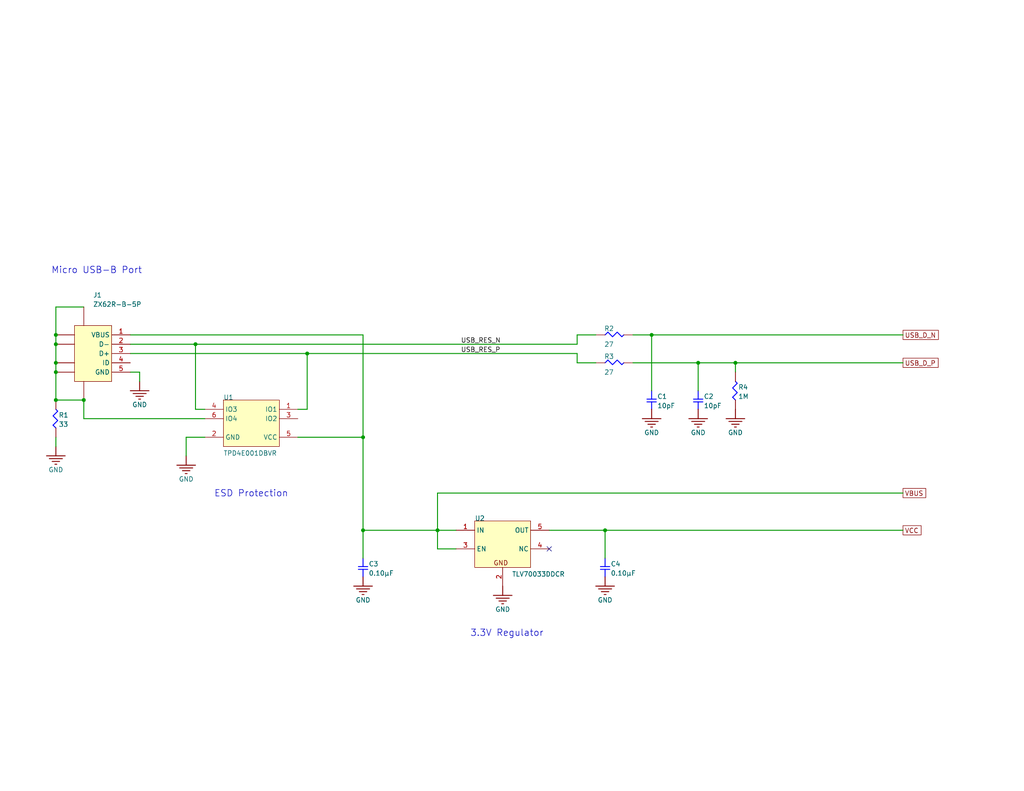
<source format=kicad_sch>
(kicad_sch (version 20230121) (generator eeschema)
  (paper "USLetter")
  (title_block (title "URC Custom ez-FET Lite USB and Power") (rev "A"))
  (lib_symbols
    (symbol "URC_ezFET_Lite-altium-import:GND" (power)
      (property "Reference" "#PWR" (at 0 0 0))
      (property "Value" "GND" (at 0 6.35 0))
      (symbol "GND_0_0"
        (polyline (pts (xy -2.54 -2.54) (xy 2.54 -2.54)) (stroke (width 0.254)))
        (polyline (pts (xy -1.778 -3.302) (xy 1.778 -3.302)) (stroke (width 0.254)))
        (polyline (pts (xy -1.016 -4.064) (xy 1.016 -4.064)) (stroke (width 0.254)))
        (polyline (pts (xy -0.254 -4.826) (xy 0.254 -4.826)) (stroke (width 0.254)))
        (polyline (pts (xy 0 0) (xy 0 -2.54)) (stroke (width 0.254)))
        (pin power_in line (at 0 0 0) (length 0) hide (name "GND") (number ""))
      )
    )
    (symbol "URC_ezFET_Lite-altium-import:root_0_ERJ-P06J270V"
      (symbol "root_0_ERJ-P06J270V_1_0"
        (polyline (pts (xy -1.778 0.762) (xy -2.54 0)) (stroke (width 0.254) (color 0 0 255 1)))
        (polyline (pts (xy -1.778 0.762) (xy -0.508 -0.508) (xy 0.762 0.762) (xy 2.032 -0.508) (xy 2.54 0)) (stroke (width 0.254) (color 0 0 255 1)))
        (pin passive line (at -5.08 0 0) (length 2.54) (name "1") (number "1"))
        (pin passive line (at 5.08 0 180) (length 2.54) (name "2") (number "2"))
      )
    )
    (symbol "URC_ezFET_Lite-altium-import:root_0_GCM319R71H104KA37D"
      (symbol "root_0_GCM319R71H104KA37D_1_0"
        (polyline (pts (xy -1.27 -0.508) (xy 1.27 -0.508)) (stroke (width 0.254) (color 0 0 255 1)))
        (polyline (pts (xy -1.27 0.254) (xy 1.27 0.254)) (stroke (width 0.254) (color 0 0 255 1)))
        (polyline (pts (xy 0 -2.54) (xy 0 -0.508)) (stroke (width 0.254) (color 0 0 255 1)))
        (polyline (pts (xy 0 0.254) (xy 0 2.54)) (stroke (width 0.254) (color 0 0 255 1)))
        (pin passive line (at 0 2.54 270) (length 0) (name "1") (number "1"))
        (pin passive line (at 0 -2.54 90) (length 0) (name "2") (number "2"))
      )
    )
    (symbol "URC_ezFET_Lite-altium-import:root_0_GCM31A7U2J100JX01D"
      (symbol "root_0_GCM31A7U2J100JX01D_1_0"
        (polyline (pts (xy -1.27 -0.508) (xy 1.27 -0.508)) (stroke (width 0.254) (color 0 0 255 1)))
        (polyline (pts (xy -1.27 0.254) (xy 1.27 0.254)) (stroke (width 0.254) (color 0 0 255 1)))
        (polyline (pts (xy 0 -2.54) (xy 0 -0.508)) (stroke (width 0.254) (color 0 0 255 1)))
        (polyline (pts (xy 0 0.254) (xy 0 2.54)) (stroke (width 0.254) (color 0 0 255 1)))
        (pin passive line (at 0 2.54 270) (length 0) (name "1") (number "1"))
        (pin passive line (at 0 -2.54 90) (length 0) (name "2") (number "2"))
      )
    )
    (symbol "URC_ezFET_Lite-altium-import:root_0_TI-TXX7XXXX-5"
      (symbol "root_0_TI-TXX7XXXX-5_1_0"
        (rectangle (start 15.24 0) (end 0 -12.7) (fill (type background)))
        (text "GND" (at 5.08 -12.192 0) (effects (font (size 1.27 1.27)) (justify left bottom)))
        (pin power_in line (at -5.08 -2.54 0) (length 5.08) (name "IN") (number "1"))
        (pin power_in line (at 7.62 -17.78 90) (length 5.08) (name "GND") (number "2"))
        (pin input line (at -5.08 -7.62 0) (length 5.08) (name "EN") (number "3"))
        (pin passive line (at 20.32 -7.62 180) (length 5.08) (name "NC") (number "4"))
        (pin power_in line (at 20.32 -2.54 180) (length 5.08) (name "OUT") (number "5"))
      )
    )
    (symbol "URC_ezFET_Lite-altium-import:root_0_mirrored_HIRO-ZX62R-B-5P-5"
      (symbol "root_0_mirrored_HIRO-ZX62R-B-5P-5_1_0"
        (rectangle (start 0 0) (end -10.16 -15.24) (fill (type background)))
        (pin power_in line (at 5.08 -2.54 180) (length 5.08) (name "VBUS") (number "1"))
        (pin passive line (at -15.24 -2.54 0) (length 5.08) (name "SHLD") (number "10"))
        (pin passive line (at -7.62 5.08 270) (length 5.08) (name "SHLD") (number "11"))
        (pin bidirectional line (at 5.08 -5.08 180) (length 5.08) (name "D-") (number "2"))
        (pin bidirectional line (at 5.08 -7.62 180) (length 5.08) (name "D+") (number "3"))
        (pin passive line (at 5.08 -10.16 180) (length 5.08) (name "ID") (number "4"))
        (pin power_in line (at 5.08 -12.7 180) (length 5.08) (name "GND") (number "5"))
        (pin passive line (at -7.62 -20.32 90) (length 5.08) (name "SHLD") (number "6"))
        (pin passive line (at -15.24 -12.7 0) (length 5.08) (name "SHLD") (number "7"))
        (pin passive line (at -15.24 -10.16 0) (length 5.08) (name "SHLD") (number "8"))
        (pin passive line (at -15.24 -5.08 0) (length 5.08) (name "SHLD") (number "9"))
      )
    )
    (symbol "URC_ezFET_Lite-altium-import:root_0_mirrored_TI-TPD4E001-SOT-23_DBV-6"
      (symbol "root_0_mirrored_TI-TPD4E001-SOT-23_DBV-6_1_0"
        (rectangle (start 0 0) (end -15.24 -12.7) (fill (type background)))
        (pin passive line (at 5.08 -2.54 180) (length 5.08) (name "IO1") (number "1"))
        (pin power_in line (at -20.32 -10.16 0) (length 5.08) (name "GND") (number "2"))
        (pin passive line (at 5.08 -5.08 180) (length 5.08) (name "IO2") (number "3"))
        (pin passive line (at -20.32 -2.54 0) (length 5.08) (name "IO3") (number "4"))
        (pin power_in line (at 5.08 -10.16 180) (length 5.08) (name "VCC") (number "5"))
        (pin passive line (at -20.32 -5.08 0) (length 5.08) (name "IO4") (number "6"))
      )
    )
    (symbol "URC_ezFET_Lite-altium-import:root_1_ERJ-6ENF33R0V"
      (symbol "root_1_ERJ-6ENF33R0V_1_0"
        (polyline (pts (xy -0.762 -1.778) (xy 0 -2.54)) (stroke (width 0.254) (color 0 0 255 1)))
        (polyline (pts (xy -0.762 -1.778) (xy 0.508 -0.508) (xy -0.762 0.762) (xy 0.508 2.032) (xy 0 2.54)) (stroke (width 0.254) (color 0 0 255 1)))
        (pin passive line (at 0 -5.08 90) (length 2.54) (name "1") (number "1"))
        (pin passive line (at 0 5.08 270) (length 2.54) (name "2") (number "2"))
      )
    )
    (symbol "URC_ezFET_Lite-altium-import:root_1_ERJ-P06J105V"
      (symbol "root_1_ERJ-P06J105V_1_0"
        (polyline (pts (xy -0.762 -1.778) (xy 0 -2.54)) (stroke (width 0.254) (color 0 0 255 1)))
        (polyline (pts (xy -0.762 -1.778) (xy 0.508 -0.508) (xy -0.762 0.762) (xy 0.508 2.032) (xy 0 2.54)) (stroke (width 0.254) (color 0 0 255 1)))
        (pin passive line (at 0 -5.08 90) (length 2.54) (name "1") (number "1"))
        (pin passive line (at 0 5.08 270) (length 2.54) (name "2") (number "2"))
      )
    )
  )
  (junction (at 15.24 91.44))
  (junction (at 15.24 99.06))
  (junction (at 200.66 99.06))
  (junction (at 190.5 99.06))
  (junction (at 99.06 144.78))
  (junction (at 15.24 101.6))
  (junction (at 83.82 96.52))
  (junction (at 53.34 93.98))
  (junction (at 177.8 91.44))
  (junction (at 119.38 144.78))
  (junction (at 15.24 109.22))
  (junction (at 22.86 109.22))
  (junction (at 15.24 93.98))
  (junction (at 99.06 119.38))
  (junction (at 165.1 144.78))
  (no_connect (at 149.86 149.86))
  (wire (pts (xy 177.8 91.44) (xy 177.8 106.68)) (stroke (width 0.254)))
  (wire (pts (xy 177.8 91.44) (xy 246.38 91.44)) (stroke (width 0.254)))
  (wire (pts (xy 35.56 101.6) (xy 38.1 101.6)) (stroke (width 0.254)))
  (wire (pts (xy 83.82 111.76) (xy 83.82 96.52)) (stroke (width 0.254)))
  (wire (pts (xy 99.06 144.78) (xy 119.38 144.78)) (stroke (width 0.254)))
  (wire (pts (xy 15.24 83.82) (xy 22.86 83.82)) (stroke (width 0.254)))
  (wire (pts (xy 99.06 119.38) (xy 81.28 119.38)) (stroke (width 0.254)))
  (wire (pts (xy 157.48 96.52) (xy 157.48 99.06)) (stroke (width 0.254)))
  (wire (pts (xy 55.88 114.3) (xy 22.86 114.3)) (stroke (width 0.254)))
  (wire (pts (xy 119.38 134.62) (xy 246.38 134.62)) (stroke (width 0.254)))
  (wire (pts (xy 38.1 101.6) (xy 38.1 104.14)) (stroke (width 0.254)))
  (wire (pts (xy 15.24 109.22) (xy 15.24 101.6)) (stroke (width 0.254)))
  (wire (pts (xy 35.56 96.52) (xy 83.82 96.52)) (stroke (width 0.254)))
  (wire (pts (xy 165.1 144.78) (xy 246.38 144.78)) (stroke (width 0.254)))
  (wire (pts (xy 15.24 93.98) (xy 15.24 91.44)) (stroke (width 0.254)))
  (wire (pts (xy 35.56 93.98) (xy 53.34 93.98)) (stroke (width 0.254)))
  (wire (pts (xy 200.66 99.06) (xy 200.66 101.6)) (stroke (width 0.254)))
  (wire (pts (xy 157.48 93.98) (xy 157.48 91.44)) (stroke (width 0.254)))
  (wire (pts (xy 157.48 99.06) (xy 162.56 99.06)) (stroke (width 0.254)))
  (wire (pts (xy 172.72 99.06) (xy 190.5 99.06)) (stroke (width 0.254)))
  (wire (pts (xy 55.88 119.38) (xy 50.8 119.38)) (stroke (width 0.254)))
  (wire (pts (xy 22.86 114.3) (xy 22.86 109.22)) (stroke (width 0.254)))
  (wire (pts (xy 55.88 111.76) (xy 53.34 111.76)) (stroke (width 0.254)))
  (wire (pts (xy 165.1 144.78) (xy 165.1 152.4)) (stroke (width 0.254)))
  (wire (pts (xy 99.06 91.44) (xy 99.06 119.38)) (stroke (width 0.254)))
  (wire (pts (xy 119.38 144.78) (xy 119.38 134.62)) (stroke (width 0.254)))
  (wire (pts (xy 22.86 109.22) (xy 15.24 109.22)) (stroke (width 0.254)))
  (wire (pts (xy 53.34 111.76) (xy 53.34 93.98)) (stroke (width 0.254)))
  (wire (pts (xy 99.06 119.38) (xy 99.06 144.78)) (stroke (width 0.254)))
  (wire (pts (xy 157.48 91.44) (xy 162.56 91.44)) (stroke (width 0.254)))
  (wire (pts (xy 119.38 144.78) (xy 124.46 144.78)) (stroke (width 0.254)))
  (wire (pts (xy 190.5 99.06) (xy 190.5 106.68)) (stroke (width 0.254)))
  (wire (pts (xy 119.38 144.78) (xy 119.38 149.86)) (stroke (width 0.254)))
  (wire (pts (xy 149.86 144.78) (xy 165.1 144.78)) (stroke (width 0.254)))
  (wire (pts (xy 83.82 96.52) (xy 157.48 96.52)) (stroke (width 0.254)))
  (wire (pts (xy 119.38 149.86) (xy 124.46 149.86)) (stroke (width 0.254)))
  (wire (pts (xy 15.24 101.6) (xy 15.24 99.06)) (stroke (width 0.254)))
  (wire (pts (xy 190.5 99.06) (xy 200.66 99.06)) (stroke (width 0.254)))
  (wire (pts (xy 200.66 99.06) (xy 246.38 99.06)) (stroke (width 0.254)))
  (wire (pts (xy 15.24 91.44) (xy 15.24 83.82)) (stroke (width 0.254)))
  (wire (pts (xy 15.24 99.06) (xy 15.24 93.98)) (stroke (width 0.254)))
  (wire (pts (xy 172.72 91.44) (xy 177.8 91.44)) (stroke (width 0.254)))
  (wire (pts (xy 53.34 93.98) (xy 157.48 93.98)) (stroke (width 0.254)))
  (wire (pts (xy 50.8 119.38) (xy 50.8 124.46)) (stroke (width 0.254)))
  (wire (pts (xy 81.28 111.76) (xy 83.82 111.76)) (stroke (width 0.254)))
  (wire (pts (xy 35.56 91.44) (xy 99.06 91.44)) (stroke (width 0.254)))
  (wire (pts (xy 15.24 119.38) (xy 15.24 121.92)) (stroke (width 0.254)))
  (wire (pts (xy 99.06 144.78) (xy 99.06 152.4)) (stroke (width 0.254)))
  (text "Micro USB-B Port" (at 13.97 74.93 0) (effects (font (size 1.778 1.778)) (justify left bottom)))
  (text "3.3V Regulator" (at 128.27 173.99 0) (effects (font (size 1.778 1.778)) (justify left bottom)))
  (text "ESD Protection" (at 58.42 135.89 0) (effects (font (size 1.778 1.778)) (justify left bottom)))
  (label "USB_RES_N" (at 125.73 93.98 0))
  (label "USB_RES_P" (at 125.73 96.52 0))
  (global_label "USB_D_N" (shape passive) (at 246.38 91.44 0) (property "Intersheetrefs" "${INTERSHEET_REFS}" (effects hide)))
  (global_label "VBUS" (shape passive) (at 246.38 134.62 0) (property "Intersheetrefs" "${INTERSHEET_REFS}" (effects hide)))
  (global_label "USB_D_P" (shape passive) (at 246.38 99.06 0) (property "Intersheetrefs" "${INTERSHEET_REFS}" (effects hide)))
  (global_label "VCC" (shape passive) (at 246.38 144.78 0) (property "Intersheetrefs" "${INTERSHEET_REFS}" (effects hide)))
  (symbol (lib_id "URC_ezFET_Lite-altium-import:GND") (at 50.8 124.46 0) (unit 1)
    (property "Reference" "#PWR?" (effects hide))
    (property "Value" "GND" (at 50.8 130.81 0))
  )
  (symbol (lib_id "URC_ezFET_Lite-altium-import:GND") (at 137.16 160.02 0) (unit 1)
    (property "Reference" "#PWR?" (effects hide))
    (property "Value" "GND" (at 137.16 166.37 0))
  )
  (symbol (lib_id "URC_ezFET_Lite-altium-import:root_0_GCM31A7U2J100JX01D") (at 190.5 109.22 0) (unit 1)
    (property "Reference" "C2" (at 192.024 108.966 0) (effects (justify left bottom)))
    (property "Value" "10pF" (at 192.024 111.506 0) (effects (justify left bottom)))
    (property "Footprint" "AltiumImport:SMD-1206C" (effects hide))
    (property "DATASHEETS" "http://www.murata.com/~/media/webrenewal/support/library/catalog/products/capacitor/mlcc/c03e.ashx" (effects hide))
    (property "IMAGE" "//media.digikey.com/Renders/Murata%20Renders/GR331BD72E473KW01L.jpg" (effects hide))
    (property "DIGI-KEY PART NUMBER" "490-5037-1-ND" (effects hide))
    (property "PART NUMBER" "GCM31A7U2J100JX01D" (effects hide))
    (property "MANUFACTURER" "Murata Electronics North America" (effects hide))
    (property "QUANTITY AVAILABLE" "4301" (effects hide))
    (property "FACTORY STOCK" "0" (effects hide))
    (property "UNIT PRICE (USD)" "0.52" (effects hide))
    (property "@ QTY" "0" (effects hide))
    (property "MINIMUM QUANTITY" "1" (effects hide))
    (property "PACKAGING" "Cut Tape (CT)" (effects hide))
    (property "SERIES" "GCM" (effects hide))
    (property "PART STATUS" "Active" (effects hide))
    (property "ALTIUM_VALUE" "10pF" (effects hide))
    (property "TOLERANCE" "±5%" (effects hide))
    (property "VOLTAGE" "630V" (effects hide))
    (property "TEMPERATURE COEFFICIENT" "U2J" (effects hide))
    (property "OPERATING TEMPERATURE" "-55°C ~ 125°C" (effects hide))
    (property "FEATURES" "-" (effects hide))
    (property "RATINGS" "AEC-Q200" (effects hide))
    (property "APPLICATIONS" "Automotive" (effects hide))
    (property "MOUNTING TYPE" "Surface Mount, MLCC" (effects hide))
    (property "PACKAGE / CASE" "1206 (3216 Metric)" (effects hide))
    (property "SIZE / DIMENSION" "0.126\" L x 0.063\" W (3.20mm x 1.60mm)" (effects hide))
    (property "HEIGHT - SEATED (MAX)" "-" (effects hide))
    (property "THICKNESS (MAX)" "0.039\" (1.00mm)" (effects hide))
    (property "LEAD SPACING" "-" (effects hide))
    (property "LEAD STYLE" "-" (effects hide))
  )
  (symbol (lib_id "URC_ezFET_Lite-altium-import:root_0_GCM319R71H104KA37D") (at 99.06 154.94 0) (unit 1)
    (property "Reference" "C3" (at 100.584 154.686 0) (effects (justify left bottom)))
    (property "Value" "0.10µF" (at 100.584 157.226 0) (effects (justify left bottom)))
    (property "Footprint" "AltiumImport:SMD-1206C" (effects hide))
    (property "DATASHEETS" "http://www.murata.com/~/media/webrenewal/support/library/catalog/products/capacitor/mlcc/c03e.ashx" (effects hide))
    (property "IMAGE" "//media.digikey.com/Renders/Murata%20Renders/GR331BD72E473KW01L.jpg" (effects hide))
    (property "DIGI-KEY PART NUMBER" "490-11166-1-ND" (effects hide))
    (property "PART NUMBER" "GCM319R71H104KA37D" (effects hide))
    (property "MANUFACTURER" "Murata Electronics North America" (effects hide))
    (property "QUANTITY AVAILABLE" "5066" (effects hide))
    (property "FACTORY STOCK" "0" (effects hide))
    (property "UNIT PRICE (USD)" "0.21" (effects hide))
    (property "@ QTY" "0" (effects hide))
    (property "MINIMUM QUANTITY" "1" (effects hide))
    (property "PACKAGING" "Cut Tape (CT)" (effects hide))
    (property "SERIES" "GCM" (effects hide))
    (property "PART STATUS" "Active" (effects hide))
    (property "ALTIUM_VALUE" "0.10µF" (effects hide))
    (property "TOLERANCE" "±10%" (effects hide))
    (property "VOLTAGE" "50V" (effects hide))
    (property "TEMPERATURE COEFFICIENT" "X7R" (effects hide))
    (property "OPERATING TEMPERATURE" "-55°C ~ 125°C" (effects hide))
    (property "FEATURES" "-" (effects hide))
    (property "RATINGS" "AEC-Q200" (effects hide))
    (property "APPLICATIONS" "Automotive" (effects hide))
    (property "MOUNTING TYPE" "Surface Mount, MLCC" (effects hide))
    (property "PACKAGE / CASE" "1206 (3216 Metric)" (effects hide))
    (property "SIZE / DIMENSION" "0.126\" L x 0.063\" W (3.20mm x 1.60mm)" (effects hide))
    (property "HEIGHT - SEATED (MAX)" "-" (effects hide))
    (property "THICKNESS (MAX)" "0.037\" (0.95mm)" (effects hide))
    (property "LEAD SPACING" "-" (effects hide))
    (property "LEAD STYLE" "-" (effects hide))
  )
  (symbol (lib_id "URC_ezFET_Lite-altium-import:root_0_ERJ-P06J270V") (at 167.64 91.44 0) (unit 1)
    (property "Reference" "R2" (at 164.846 90.424 0) (effects (justify left bottom)))
    (property "Value" "27" (at 164.846 94.742 0) (effects (justify left bottom)))
    (property "Footprint" "AltiumImport:SMD-0805-RES" (effects hide))
    (property "PART NUMBER" "ERJ-P06J270V" (effects hide))
    (property "DATASHEETS" "https://industrial.panasonic.com/cdbs/www-data/pdf/RDA0000/AOA0000C243.pdf" (effects hide))
    (property "IMAGE" "//media.digikey.com/Renders/Panasonic%20Renders/ERJ-0805%20Pkg.jpg" (effects hide))
    (property "DIGI-KEY PART NUMBER" "P27ADCT-ND" (effects hide))
    (property "MANUFACTURER" "Panasonic Electronic Components" (effects hide))
    (property "QUANTITY AVAILABLE" "18271" (effects hide))
    (property "FACTORY STOCK" "0" (effects hide))
    (property "UNIT PRICE (USD)" "0.01839" (effects hide))
    (property "@ QTY" "1500" (effects hide))
    (property "MINIMUM QUANTITY" "1" (effects hide))
    (property "PACKAGING" "Cut Tape (CT)" (effects hide))
    (property "SERIES" "ERJ" (effects hide))
    (property "PART STATUS" "Active" (effects hide))
    (property "ALTIUM_VALUE" "27" (effects hide))
    (property "TOLERANCE" "±5%" (effects hide))
    (property "POWER (WATTS)" "0.5W, 1/2W" (effects hide))
    (property "COMPOSITION" "Thick Film" (effects hide))
    (property "FEATURES" "Automotive AEC-Q200, Pulse Withstanding" (effects hide))
    (property "TEMPERATURE COEFFICIENT" "±300ppm/°C" (effects hide))
    (property "OPERATING TEMPERATURE" "-55°C ~ 155°C" (effects hide))
    (property "PACKAGE / CASE" "0805 (2012 Metric)" (effects hide))
    (property "SUPPLIER DEVICE PACKAGE" "0805" (effects hide))
    (property "SIZE / DIMENSION" "0.079\" L x 0.049\" W (2.00mm x 1.25mm)" (effects hide))
    (property "HEIGHT - SEATED (MAX)" "0.028\" (0.70mm)" (effects hide))
    (property "NUMBER OF TERMINATIONS" "2" (effects hide))
    (property "FAILURE RATE" "-" (effects hide))
  )
  (symbol (lib_id "URC_ezFET_Lite-altium-import:root_1_ERJ-P06J105V") (at 200.66 106.68 0) (unit 1)
    (property "Reference" "R4" (at 201.422 106.426 0) (effects (justify left bottom)))
    (property "Value" "1M" (at 201.422 108.966 0) (effects (justify left bottom)))
    (property "Footprint" "AltiumImport:SMD-0805-RES" (effects hide))
    (property "PART NUMBER" "ERJ-P06J105V" (effects hide))
    (property "DATASHEETS" "https://industrial.panasonic.com/cdbs/www-data/pdf/RDA0000/AOA0000C243.pdf" (effects hide))
    (property "IMAGE" "//media.digikey.com/Renders/Panasonic%20Renders/ERJ-0805%20Pkg.jpg" (effects hide))
    (property "DIGI-KEY PART NUMBER" "P1.0MADCT-ND" (effects hide))
    (property "MANUFACTURER" "Panasonic Electronic Components" (effects hide))
    (property "QUANTITY AVAILABLE" "36684" (effects hide))
    (property "FACTORY STOCK" "0" (effects hide))
    (property "UNIT PRICE (USD)" "0.01839" (effects hide))
    (property "@ QTY" "1500" (effects hide))
    (property "MINIMUM QUANTITY" "1" (effects hide))
    (property "PACKAGING" "Cut Tape (CT)" (effects hide))
    (property "SERIES" "ERJ" (effects hide))
    (property "PART STATUS" "Active" (effects hide))
    (property "ALTIUM_VALUE" "1M" (effects hide))
    (property "TOLERANCE" "±5%" (effects hide))
    (property "POWER (WATTS)" "0.5W, 1/2W" (effects hide))
    (property "COMPOSITION" "Thick Film" (effects hide))
    (property "FEATURES" "Automotive AEC-Q200, Pulse Withstanding" (effects hide))
    (property "TEMPERATURE COEFFICIENT" "±200ppm/°C" (effects hide))
    (property "OPERATING TEMPERATURE" "-55°C ~ 155°C" (effects hide))
    (property "PACKAGE / CASE" "0805 (2012 Metric)" (effects hide))
    (property "SUPPLIER DEVICE PACKAGE" "0805" (effects hide))
    (property "SIZE / DIMENSION" "0.079\" L x 0.049\" W (2.00mm x 1.25mm)" (effects hide))
    (property "HEIGHT - SEATED (MAX)" "0.028\" (0.70mm)" (effects hide))
    (property "NUMBER OF TERMINATIONS" "2" (effects hide))
    (property "FAILURE RATE" "-" (effects hide))
  )
  (symbol (lib_id "URC_ezFET_Lite-altium-import:root_0_GCM31A7U2J100JX01D") (at 177.8 109.22 0) (unit 1)
    (property "Reference" "C1" (at 179.324 108.966 0) (effects (justify left bottom)))
    (property "Value" "10pF" (at 179.324 111.506 0) (effects (justify left bottom)))
    (property "Footprint" "AltiumImport:SMD-1206C" (effects hide))
    (property "DATASHEETS" "http://www.murata.com/~/media/webrenewal/support/library/catalog/products/capacitor/mlcc/c03e.ashx" (effects hide))
    (property "IMAGE" "//media.digikey.com/Renders/Murata%20Renders/GR331BD72E473KW01L.jpg" (effects hide))
    (property "DIGI-KEY PART NUMBER" "490-5037-1-ND" (effects hide))
    (property "PART NUMBER" "GCM31A7U2J100JX01D" (effects hide))
    (property "MANUFACTURER" "Murata Electronics North America" (effects hide))
    (property "QUANTITY AVAILABLE" "4301" (effects hide))
    (property "FACTORY STOCK" "0" (effects hide))
    (property "UNIT PRICE (USD)" "0.52" (effects hide))
    (property "@ QTY" "0" (effects hide))
    (property "MINIMUM QUANTITY" "1" (effects hide))
    (property "PACKAGING" "Cut Tape (CT)" (effects hide))
    (property "SERIES" "GCM" (effects hide))
    (property "PART STATUS" "Active" (effects hide))
    (property "ALTIUM_VALUE" "10pF" (effects hide))
    (property "TOLERANCE" "±5%" (effects hide))
    (property "VOLTAGE" "630V" (effects hide))
    (property "TEMPERATURE COEFFICIENT" "U2J" (effects hide))
    (property "OPERATING TEMPERATURE" "-55°C ~ 125°C" (effects hide))
    (property "FEATURES" "-" (effects hide))
    (property "RATINGS" "AEC-Q200" (effects hide))
    (property "APPLICATIONS" "Automotive" (effects hide))
    (property "MOUNTING TYPE" "Surface Mount, MLCC" (effects hide))
    (property "PACKAGE / CASE" "1206 (3216 Metric)" (effects hide))
    (property "SIZE / DIMENSION" "0.126\" L x 0.063\" W (3.20mm x 1.60mm)" (effects hide))
    (property "HEIGHT - SEATED (MAX)" "-" (effects hide))
    (property "THICKNESS (MAX)" "0.039\" (1.00mm)" (effects hide))
    (property "LEAD SPACING" "-" (effects hide))
    (property "LEAD STYLE" "-" (effects hide))
  )
  (symbol (lib_id "URC_ezFET_Lite-altium-import:root_0_TI-TXX7XXXX-5") (at 129.54 142.24 0) (unit 1)
    (property "Reference" "U2" (at 129.54 142.24 0) (effects (justify left bottom)))
    (property "Value" "TLV70033DDCR" (at 139.7 157.48 0) (effects (justify left bottom)))
    (property "Footprint" "AltiumImport:DDC0005A_M" (effects hide))
    (property "DATASHEETVERSION" "SLVSA00D" (effects hide))
    (property "VIN(MIN)(V)" "2" (effects hide))
    (property "MOUNTING TECHNOLOGY" "Surface Mount" (effects hide))
    (property "ACCURACY(%)" "2" (effects hide))
    (property "COMPONENTLINK1URL" "http://www.ti.com/" (effects hide))
    (property "COMPONENTLINK2URL" "http://www.ti.com/general/docs/lit/getliterature.tsp?genericPartNumber=TLV70033&fileType=pdf" (effects hide))
    (property "VOUT ADJ(MAX)(V)" "3.3" (effects hide))
    (property "MANUFACTURER" "Texas Instruments" (effects hide))
    (property "COMPONENTLINK3URL" "http://www.ti.com/litv/pdf/mpds123d" (effects hide))
    (property "PACKAGEDESCRIPTION" "5-Pin Plastic Small Outline, Body 2.9 x 1.6 mm, 0.95 mm Pitch" (effects hide))
    (property "VOUT ADJ(MIN)(V)" "3.3" (effects hide))
    (property "PACKAGEVERSION" "4204403-2/E" (effects hide))
    (property "IQ(TYP)(MA)" "0.03" (effects hide))
    (property "SUBFAMILY" "Single Channel LDO" (effects hide))
    (property "PARTNUMBER" "TLV70033DDCR" (effects hide))
    (property "IOUT(MAX)(A)" "0.2" (effects hide))
    (property "COMPONENTLINK1DESCRIPTION" "Manufacturer URL" (effects hide))
    (property "PACKAGEREFERENCE" "DDC0005A" (effects hide))
    (property "CODE_JEDEC" "MO-193" (effects hide))
    (property "FIXED OUTPUT OPTIONS(V)" "3.3" (effects hide))
    (property "ECO-PLAN" "Green (RoHS & no Sb/Br)" (effects hide))
    (property "VDO(TYP)(MV)" "175" (effects hide))
    (property "COMPONENTLINK2DESCRIPTION" "Datasheet" (effects hide))
    (property "COMPONENTLINK3DESCRIPTION" "Package Specification" (effects hide))
    (property "VIN(MAX)(V)" "5.5" (effects hide))
  )
  (symbol (lib_id "URC_ezFET_Lite-altium-import:root_0_mirrored_TI-TPD4E001-SOT-23_DBV-6") (at 76.2 109.22 0) (unit 1)
    (property "Reference" "U1" (at 60.96 109.22 0) (effects (justify left bottom)))
    (property "Value" "TPD4E001DBVR" (at 60.96 124.46 0) (effects (justify left bottom)))
    (property "Footprint" "AltiumImport:DBV0006A_M" (effects hide))
    (property "COMPONENTLINK3DESCRIPTION" "URL Link1" (effects hide))
    (property "PACKAGEDESCRIPTION" "6-Pin Plastic Small-Outline Package, 2.9 x 1.6 mm Body, 0.95 mm Pitch, 2.8 mm Lead Span" (effects hide))
    (property "PACKAGEVERSION" "revK, Mar-2006" (effects hide))
    (property "IEC 61000-4-2 AIR-GAP(+/- KV)" "15" (effects hide))
    (property "1394 / FIREWIRE" "TRUE" (effects hide))
    (property "ECO-PLAN" "Green (RoHS & no Sb/Br)" (effects hide))
    (property "BREAKDOWN VOLTAGE(MIN)(V)" "11" (effects hide))
    (property "USB HIGH SPEED" "TRUE" (effects hide))
    (property "IEC 61000-4-2 CONTACT(+/- KV)" "8" (effects hide))
    (property "IO CAPACITANCE(TYP)(PF)" "1.5" (effects hide))
    (property "COMPONENTLINK2DESCRIPTION" "Datasheet" (effects hide))
    (property "COMPONENTLINK1DESCRIPTION" "Manufacturer URL" (effects hide))
    (property "SUBFAMILY" "ESD Solution" (effects hide))
    (property "COMPONENTLINK2URL" "http://www.ti.com/general/docs/lit/getliterature.tsp?genericPartNumber=TPD4E001&fileType=pdf" (effects hide))
    (property "PACKAGEREFERENCE" "DBV0006A" (effects hide))
    (property "COMPONENTLINK3URL" "SamplesURL:http://www.ti.com/product/tpd4e001#samples" (effects hide))
    (property "MANUFACTURER" "Texas Instruments" (effects hide))
    (property "SERIAL ATA / ESATA" "TRUE" (effects hide))
    (property "COMPONENTLINK1URL" "http://www.ti.com/" (effects hide))
    (property "MOUNTING TECHNOLOGY" "Surface Mount" (effects hide))
    (property "DATASHEETVERSION" "SLLS682G" (effects hide))
    (property "PARTNUMBER" "TPD4E001DBVR" (effects hide))
    (property "IO LEAKAGE CURRENT(NA)" "1.5" (effects hide))
  )
  (symbol (lib_id "URC_ezFET_Lite-altium-import:GND") (at 190.5 111.76 0) (unit 1)
    (property "Reference" "#PWR?" (effects hide))
    (property "Value" "GND" (at 190.5 118.11 0))
  )
  (symbol (lib_id "URC_ezFET_Lite-altium-import:GND") (at 177.8 111.76 0) (unit 1)
    (property "Reference" "#PWR?" (effects hide))
    (property "Value" "GND" (at 177.8 118.11 0))
  )
  (symbol (lib_id "URC_ezFET_Lite-altium-import:root_0_GCM319R71H104KA37D") (at 165.1 154.94 0) (unit 1)
    (property "Reference" "C4" (at 166.624 154.686 0) (effects (justify left bottom)))
    (property "Value" "0.10µF" (at 166.624 157.226 0) (effects (justify left bottom)))
    (property "Footprint" "AltiumImport:SMD-1206C" (effects hide))
    (property "DATASHEETS" "http://www.murata.com/~/media/webrenewal/support/library/catalog/products/capacitor/mlcc/c03e.ashx" (effects hide))
    (property "IMAGE" "//media.digikey.com/Renders/Murata%20Renders/GR331BD72E473KW01L.jpg" (effects hide))
    (property "DIGI-KEY PART NUMBER" "490-11166-1-ND" (effects hide))
    (property "PART NUMBER" "GCM319R71H104KA37D" (effects hide))
    (property "MANUFACTURER" "Murata Electronics North America" (effects hide))
    (property "QUANTITY AVAILABLE" "5066" (effects hide))
    (property "FACTORY STOCK" "0" (effects hide))
    (property "UNIT PRICE (USD)" "0.21" (effects hide))
    (property "@ QTY" "0" (effects hide))
    (property "MINIMUM QUANTITY" "1" (effects hide))
    (property "PACKAGING" "Cut Tape (CT)" (effects hide))
    (property "SERIES" "GCM" (effects hide))
    (property "PART STATUS" "Active" (effects hide))
    (property "ALTIUM_VALUE" "0.10µF" (effects hide))
    (property "TOLERANCE" "±10%" (effects hide))
    (property "VOLTAGE" "50V" (effects hide))
    (property "TEMPERATURE COEFFICIENT" "X7R" (effects hide))
    (property "OPERATING TEMPERATURE" "-55°C ~ 125°C" (effects hide))
    (property "FEATURES" "-" (effects hide))
    (property "RATINGS" "AEC-Q200" (effects hide))
    (property "APPLICATIONS" "Automotive" (effects hide))
    (property "MOUNTING TYPE" "Surface Mount, MLCC" (effects hide))
    (property "PACKAGE / CASE" "1206 (3216 Metric)" (effects hide))
    (property "SIZE / DIMENSION" "0.126\" L x 0.063\" W (3.20mm x 1.60mm)" (effects hide))
    (property "HEIGHT - SEATED (MAX)" "-" (effects hide))
    (property "THICKNESS (MAX)" "0.037\" (0.95mm)" (effects hide))
    (property "LEAD SPACING" "-" (effects hide))
    (property "LEAD STYLE" "-" (effects hide))
  )
  (symbol (lib_id "URC_ezFET_Lite-altium-import:root_1_ERJ-6ENF33R0V") (at 15.24 114.3 0) (unit 1)
    (property "Reference" "R1" (at 16.002 114.046 0) (effects (justify left bottom)))
    (property "Value" "33" (at 16.002 116.586 0) (effects (justify left bottom)))
    (property "Footprint" "AltiumImport:SMD-0805-RES" (effects hide))
    (property "PART NUMBER" "ERJ-6ENF33R0V" (effects hide))
    (property "DATASHEETS" "http://industrial.panasonic.com/www-cgi/jvcr13pz.cgi?E+PZ+3+AOA0002+ERJ6ENF33R0V+7+WW" (effects hide))
    (property "IMAGE" "//media.digikey.com/Renders/Panasonic%20Renders/ERJ-0805%20Pkg.jpg" (effects hide))
    (property "DIGI-KEY PART NUMBER" "P33.0CCT-ND" (effects hide))
    (property "MANUFACTURER" "Panasonic Electronic Components" (effects hide))
    (property "QUANTITY AVAILABLE" "96423" (effects hide))
    (property "FACTORY STOCK" "0" (effects hide))
    (property "UNIT PRICE (USD)" "0.00729" (effects hide))
    (property "@ QTY" "1500" (effects hide))
    (property "MINIMUM QUANTITY" "1" (effects hide))
    (property "PACKAGING" "Cut Tape (CT)" (effects hide))
    (property "SERIES" "ERJ" (effects hide))
    (property "PART STATUS" "Active" (effects hide))
    (property "ALTIUM_VALUE" "33" (effects hide))
    (property "TOLERANCE" "±1%" (effects hide))
    (property "POWER (WATTS)" "0.125W, 1/8W" (effects hide))
    (property "COMPOSITION" "Thick Film" (effects hide))
    (property "FEATURES" "Automotive AEC-Q200" (effects hide))
    (property "TEMPERATURE COEFFICIENT" "±100ppm/°C" (effects hide))
    (property "OPERATING TEMPERATURE" "-55°C ~ 155°C" (effects hide))
    (property "PACKAGE / CASE" "0805 (2012 Metric)" (effects hide))
    (property "SUPPLIER DEVICE PACKAGE" "0805" (effects hide))
    (property "SIZE / DIMENSION" "0.079\" L x 0.049\" W (2.00mm x 1.25mm)" (effects hide))
    (property "HEIGHT - SEATED (MAX)" "0.028\" (0.70mm)" (effects hide))
    (property "NUMBER OF TERMINATIONS" "2" (effects hide))
    (property "FAILURE RATE" "-" (effects hide))
  )
  (symbol (lib_id "URC_ezFET_Lite-altium-import:GND") (at 200.66 111.76 0) (unit 1)
    (property "Reference" "#PWR?" (effects hide))
    (property "Value" "GND" (at 200.66 118.11 0))
  )
  (symbol (lib_id "URC_ezFET_Lite-altium-import:root_0_ERJ-P06J270V") (at 167.64 99.06 0) (unit 1)
    (property "Reference" "R3" (at 164.846 98.044 0) (effects (justify left bottom)))
    (property "Value" "27" (at 164.846 102.362 0) (effects (justify left bottom)))
    (property "Footprint" "AltiumImport:SMD-0805-RES" (effects hide))
    (property "PART NUMBER" "ERJ-P06J270V" (effects hide))
    (property "DATASHEETS" "https://industrial.panasonic.com/cdbs/www-data/pdf/RDA0000/AOA0000C243.pdf" (effects hide))
    (property "IMAGE" "//media.digikey.com/Renders/Panasonic%20Renders/ERJ-0805%20Pkg.jpg" (effects hide))
    (property "DIGI-KEY PART NUMBER" "P27ADCT-ND" (effects hide))
    (property "MANUFACTURER" "Panasonic Electronic Components" (effects hide))
    (property "QUANTITY AVAILABLE" "18271" (effects hide))
    (property "FACTORY STOCK" "0" (effects hide))
    (property "UNIT PRICE (USD)" "0.01839" (effects hide))
    (property "@ QTY" "1500" (effects hide))
    (property "MINIMUM QUANTITY" "1" (effects hide))
    (property "PACKAGING" "Cut Tape (CT)" (effects hide))
    (property "SERIES" "ERJ" (effects hide))
    (property "PART STATUS" "Active" (effects hide))
    (property "ALTIUM_VALUE" "27" (effects hide))
    (property "TOLERANCE" "±5%" (effects hide))
    (property "POWER (WATTS)" "0.5W, 1/2W" (effects hide))
    (property "COMPOSITION" "Thick Film" (effects hide))
    (property "FEATURES" "Automotive AEC-Q200, Pulse Withstanding" (effects hide))
    (property "TEMPERATURE COEFFICIENT" "±300ppm/°C" (effects hide))
    (property "OPERATING TEMPERATURE" "-55°C ~ 155°C" (effects hide))
    (property "PACKAGE / CASE" "0805 (2012 Metric)" (effects hide))
    (property "SUPPLIER DEVICE PACKAGE" "0805" (effects hide))
    (property "SIZE / DIMENSION" "0.079\" L x 0.049\" W (2.00mm x 1.25mm)" (effects hide))
    (property "HEIGHT - SEATED (MAX)" "0.028\" (0.70mm)" (effects hide))
    (property "NUMBER OF TERMINATIONS" "2" (effects hide))
    (property "FAILURE RATE" "-" (effects hide))
  )
  (symbol (lib_id "URC_ezFET_Lite-altium-import:GND") (at 99.06 157.48 0) (unit 1)
    (property "Reference" "#PWR?" (effects hide))
    (property "Value" "GND" (at 99.06 163.83 0))
  )
  (symbol (lib_id "URC_ezFET_Lite-altium-import:GND") (at 38.1 104.14 0) (unit 1)
    (property "Reference" "#PWR?" (effects hide))
    (property "Value" "GND" (at 38.1 110.49 0))
  )
  (symbol (lib_id "URC_ezFET_Lite-altium-import:GND") (at 165.1 157.48 0) (unit 1)
    (property "Reference" "#PWR?" (effects hide))
    (property "Value" "GND" (at 165.1 163.83 0))
  )
  (symbol (lib_id "URC_ezFET_Lite-altium-import:root_0_mirrored_HIRO-ZX62R-B-5P-5") (at 30.48 88.9 0) (unit 1)
    (property "Reference" "J1" (at 25.4 81.28 0) (effects (justify left bottom)))
    (property "Value" "ZX62R-B-5P" (at 25.4 83.82 0) (effects (justify left bottom)))
    (property "Footprint" "AltiumImport:HIRO-ZX62R-B-5P_V" (effects hide))
    (property "DATASHEETVERSION" "08/2010" (effects hide))
    (property "OPERATING TEMPERATURE" "-30 to 85 degC" (effects hide))
    (property "MOUNTING TECHNOLOGY" "Surface Mount" (effects hide))
    (property "PARTNUMBER" "ZX62R-B-5P" (effects hide))
    (property "PACKAGEREFERENCE" "ZX62R-B-5P" (effects hide))
    (property "COMPONENTLINK2URL" "http://www.hirose.co.jp/cataloge_hp/e24200011.pdf" (effects hide))
    (property "COMPONENTLINK1URL" "http://www.hirose.com/â€Ž" (effects hide))
    (property "COMPONENTLINK2DESCRIPTION" "Datasheet" (effects hide))
    (property "PACKAGEDESCRIPTION" "5-Pin USB Micro-B R/A Connector" (effects hide))
    (property "COMPONENTLINK1DESCRIPTION" "Manufacturer URL" (effects hide))
  )
  (symbol (lib_id "URC_ezFET_Lite-altium-import:GND") (at 15.24 121.92 0) (unit 1)
    (property "Reference" "#PWR?" (effects hide))
    (property "Value" "GND" (at 15.24 128.27 0))
  )
)
</source>
